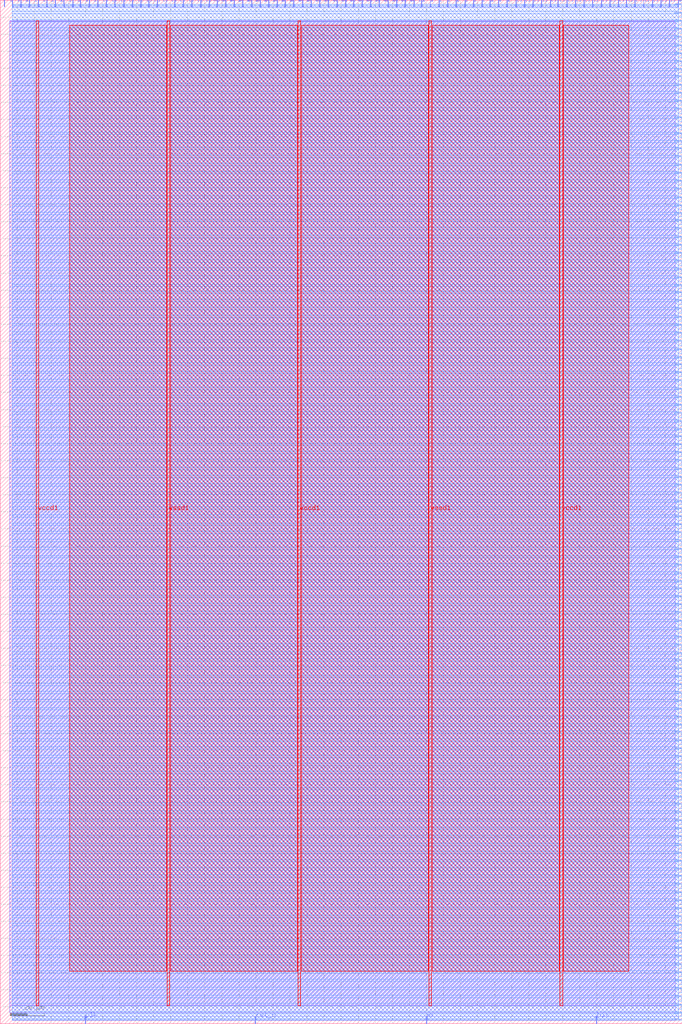
<source format=lef>
VERSION 5.7 ;
  NOWIREEXTENSIONATPIN ON ;
  DIVIDERCHAR "/" ;
  BUSBITCHARS "[]" ;
MACRO DMC_32x16HC
  CLASS BLOCK ;
  FOREIGN DMC_32x16HC ;
  ORIGIN 0.000 0.000 ;
  SIZE 400.000 BY 600.000 ;
  PIN A[0]
    DIRECTION INPUT ;
    USE SIGNAL ;
    PORT
      LAYER met2 ;
        RECT 2.390 596.000 2.670 600.000 ;
    END
  END A[0]
  PIN A[10]
    DIRECTION INPUT ;
    USE SIGNAL ;
    PORT
      LAYER met2 ;
        RECT 52.070 596.000 52.350 600.000 ;
    END
  END A[10]
  PIN A[11]
    DIRECTION INPUT ;
    USE SIGNAL ;
    PORT
      LAYER met2 ;
        RECT 57.130 596.000 57.410 600.000 ;
    END
  END A[11]
  PIN A[12]
    DIRECTION INPUT ;
    USE SIGNAL ;
    PORT
      LAYER met2 ;
        RECT 62.190 596.000 62.470 600.000 ;
    END
  END A[12]
  PIN A[13]
    DIRECTION INPUT ;
    USE SIGNAL ;
    PORT
      LAYER met2 ;
        RECT 67.250 596.000 67.530 600.000 ;
    END
  END A[13]
  PIN A[14]
    DIRECTION INPUT ;
    USE SIGNAL ;
    PORT
      LAYER met2 ;
        RECT 72.310 596.000 72.590 600.000 ;
    END
  END A[14]
  PIN A[15]
    DIRECTION INPUT ;
    USE SIGNAL ;
    PORT
      LAYER met2 ;
        RECT 77.370 596.000 77.650 600.000 ;
    END
  END A[15]
  PIN A[16]
    DIRECTION INPUT ;
    USE SIGNAL ;
    PORT
      LAYER met2 ;
        RECT 82.430 596.000 82.710 600.000 ;
    END
  END A[16]
  PIN A[17]
    DIRECTION INPUT ;
    USE SIGNAL ;
    PORT
      LAYER met2 ;
        RECT 87.030 596.000 87.310 600.000 ;
    END
  END A[17]
  PIN A[18]
    DIRECTION INPUT ;
    USE SIGNAL ;
    PORT
      LAYER met2 ;
        RECT 92.090 596.000 92.370 600.000 ;
    END
  END A[18]
  PIN A[19]
    DIRECTION INPUT ;
    USE SIGNAL ;
    PORT
      LAYER met2 ;
        RECT 97.150 596.000 97.430 600.000 ;
    END
  END A[19]
  PIN A[1]
    DIRECTION INPUT ;
    USE SIGNAL ;
    PORT
      LAYER met2 ;
        RECT 6.990 596.000 7.270 600.000 ;
    END
  END A[1]
  PIN A[20]
    DIRECTION INPUT ;
    USE SIGNAL ;
    PORT
      LAYER met2 ;
        RECT 102.210 596.000 102.490 600.000 ;
    END
  END A[20]
  PIN A[21]
    DIRECTION INPUT ;
    USE SIGNAL ;
    PORT
      LAYER met2 ;
        RECT 107.270 596.000 107.550 600.000 ;
    END
  END A[21]
  PIN A[22]
    DIRECTION INPUT ;
    USE SIGNAL ;
    PORT
      LAYER met2 ;
        RECT 112.330 596.000 112.610 600.000 ;
    END
  END A[22]
  PIN A[23]
    DIRECTION INPUT ;
    USE SIGNAL ;
    PORT
      LAYER met2 ;
        RECT 117.390 596.000 117.670 600.000 ;
    END
  END A[23]
  PIN A[2]
    DIRECTION INPUT ;
    USE SIGNAL ;
    PORT
      LAYER met2 ;
        RECT 12.050 596.000 12.330 600.000 ;
    END
  END A[2]
  PIN A[3]
    DIRECTION INPUT ;
    USE SIGNAL ;
    PORT
      LAYER met2 ;
        RECT 17.110 596.000 17.390 600.000 ;
    END
  END A[3]
  PIN A[4]
    DIRECTION INPUT ;
    USE SIGNAL ;
    PORT
      LAYER met2 ;
        RECT 22.170 596.000 22.450 600.000 ;
    END
  END A[4]
  PIN A[5]
    DIRECTION INPUT ;
    USE SIGNAL ;
    PORT
      LAYER met2 ;
        RECT 27.230 596.000 27.510 600.000 ;
    END
  END A[5]
  PIN A[6]
    DIRECTION INPUT ;
    USE SIGNAL ;
    PORT
      LAYER met2 ;
        RECT 32.290 596.000 32.570 600.000 ;
    END
  END A[6]
  PIN A[7]
    DIRECTION INPUT ;
    USE SIGNAL ;
    PORT
      LAYER met2 ;
        RECT 37.350 596.000 37.630 600.000 ;
    END
  END A[7]
  PIN A[8]
    DIRECTION INPUT ;
    USE SIGNAL ;
    PORT
      LAYER met2 ;
        RECT 42.410 596.000 42.690 600.000 ;
    END
  END A[8]
  PIN A[9]
    DIRECTION INPUT ;
    USE SIGNAL ;
    PORT
      LAYER met2 ;
        RECT 47.010 596.000 47.290 600.000 ;
    END
  END A[9]
  PIN A_h[0]
    DIRECTION INPUT ;
    USE SIGNAL ;
    PORT
      LAYER met2 ;
        RECT 122.450 596.000 122.730 600.000 ;
    END
  END A_h[0]
  PIN A_h[10]
    DIRECTION INPUT ;
    USE SIGNAL ;
    PORT
      LAYER met2 ;
        RECT 172.130 596.000 172.410 600.000 ;
    END
  END A_h[10]
  PIN A_h[11]
    DIRECTION INPUT ;
    USE SIGNAL ;
    PORT
      LAYER met2 ;
        RECT 177.190 596.000 177.470 600.000 ;
    END
  END A_h[11]
  PIN A_h[12]
    DIRECTION INPUT ;
    USE SIGNAL ;
    PORT
      LAYER met2 ;
        RECT 182.250 596.000 182.530 600.000 ;
    END
  END A_h[12]
  PIN A_h[13]
    DIRECTION INPUT ;
    USE SIGNAL ;
    PORT
      LAYER met2 ;
        RECT 187.310 596.000 187.590 600.000 ;
    END
  END A_h[13]
  PIN A_h[14]
    DIRECTION INPUT ;
    USE SIGNAL ;
    PORT
      LAYER met2 ;
        RECT 192.370 596.000 192.650 600.000 ;
    END
  END A_h[14]
  PIN A_h[15]
    DIRECTION INPUT ;
    USE SIGNAL ;
    PORT
      LAYER met2 ;
        RECT 197.430 596.000 197.710 600.000 ;
    END
  END A_h[15]
  PIN A_h[16]
    DIRECTION INPUT ;
    USE SIGNAL ;
    PORT
      LAYER met2 ;
        RECT 202.490 596.000 202.770 600.000 ;
    END
  END A_h[16]
  PIN A_h[17]
    DIRECTION INPUT ;
    USE SIGNAL ;
    PORT
      LAYER met2 ;
        RECT 207.090 596.000 207.370 600.000 ;
    END
  END A_h[17]
  PIN A_h[18]
    DIRECTION INPUT ;
    USE SIGNAL ;
    PORT
      LAYER met2 ;
        RECT 212.150 596.000 212.430 600.000 ;
    END
  END A_h[18]
  PIN A_h[19]
    DIRECTION INPUT ;
    USE SIGNAL ;
    PORT
      LAYER met2 ;
        RECT 217.210 596.000 217.490 600.000 ;
    END
  END A_h[19]
  PIN A_h[1]
    DIRECTION INPUT ;
    USE SIGNAL ;
    PORT
      LAYER met2 ;
        RECT 127.050 596.000 127.330 600.000 ;
    END
  END A_h[1]
  PIN A_h[20]
    DIRECTION INPUT ;
    USE SIGNAL ;
    PORT
      LAYER met2 ;
        RECT 222.270 596.000 222.550 600.000 ;
    END
  END A_h[20]
  PIN A_h[21]
    DIRECTION INPUT ;
    USE SIGNAL ;
    PORT
      LAYER met2 ;
        RECT 227.330 596.000 227.610 600.000 ;
    END
  END A_h[21]
  PIN A_h[22]
    DIRECTION INPUT ;
    USE SIGNAL ;
    PORT
      LAYER met2 ;
        RECT 232.390 596.000 232.670 600.000 ;
    END
  END A_h[22]
  PIN A_h[23]
    DIRECTION INPUT ;
    USE SIGNAL ;
    PORT
      LAYER met2 ;
        RECT 237.450 596.000 237.730 600.000 ;
    END
  END A_h[23]
  PIN A_h[2]
    DIRECTION INPUT ;
    USE SIGNAL ;
    PORT
      LAYER met2 ;
        RECT 132.110 596.000 132.390 600.000 ;
    END
  END A_h[2]
  PIN A_h[3]
    DIRECTION INPUT ;
    USE SIGNAL ;
    PORT
      LAYER met2 ;
        RECT 137.170 596.000 137.450 600.000 ;
    END
  END A_h[3]
  PIN A_h[4]
    DIRECTION INPUT ;
    USE SIGNAL ;
    PORT
      LAYER met2 ;
        RECT 142.230 596.000 142.510 600.000 ;
    END
  END A_h[4]
  PIN A_h[5]
    DIRECTION INPUT ;
    USE SIGNAL ;
    PORT
      LAYER met2 ;
        RECT 147.290 596.000 147.570 600.000 ;
    END
  END A_h[5]
  PIN A_h[6]
    DIRECTION INPUT ;
    USE SIGNAL ;
    PORT
      LAYER met2 ;
        RECT 152.350 596.000 152.630 600.000 ;
    END
  END A_h[6]
  PIN A_h[7]
    DIRECTION INPUT ;
    USE SIGNAL ;
    PORT
      LAYER met2 ;
        RECT 157.410 596.000 157.690 600.000 ;
    END
  END A_h[7]
  PIN A_h[8]
    DIRECTION INPUT ;
    USE SIGNAL ;
    PORT
      LAYER met2 ;
        RECT 162.470 596.000 162.750 600.000 ;
    END
  END A_h[8]
  PIN A_h[9]
    DIRECTION INPUT ;
    USE SIGNAL ;
    PORT
      LAYER met2 ;
        RECT 167.070 596.000 167.350 600.000 ;
    END
  END A_h[9]
  PIN Do[0]
    DIRECTION OUTPUT TRISTATE ;
    USE SIGNAL ;
    PORT
      LAYER met2 ;
        RECT 242.510 596.000 242.790 600.000 ;
    END
  END Do[0]
  PIN Do[10]
    DIRECTION OUTPUT TRISTATE ;
    USE SIGNAL ;
    PORT
      LAYER met2 ;
        RECT 292.190 596.000 292.470 600.000 ;
    END
  END Do[10]
  PIN Do[11]
    DIRECTION OUTPUT TRISTATE ;
    USE SIGNAL ;
    PORT
      LAYER met2 ;
        RECT 297.250 596.000 297.530 600.000 ;
    END
  END Do[11]
  PIN Do[12]
    DIRECTION OUTPUT TRISTATE ;
    USE SIGNAL ;
    PORT
      LAYER met2 ;
        RECT 302.310 596.000 302.590 600.000 ;
    END
  END Do[12]
  PIN Do[13]
    DIRECTION OUTPUT TRISTATE ;
    USE SIGNAL ;
    PORT
      LAYER met2 ;
        RECT 307.370 596.000 307.650 600.000 ;
    END
  END Do[13]
  PIN Do[14]
    DIRECTION OUTPUT TRISTATE ;
    USE SIGNAL ;
    PORT
      LAYER met2 ;
        RECT 312.430 596.000 312.710 600.000 ;
    END
  END Do[14]
  PIN Do[15]
    DIRECTION OUTPUT TRISTATE ;
    USE SIGNAL ;
    PORT
      LAYER met2 ;
        RECT 317.490 596.000 317.770 600.000 ;
    END
  END Do[15]
  PIN Do[16]
    DIRECTION OUTPUT TRISTATE ;
    USE SIGNAL ;
    PORT
      LAYER met2 ;
        RECT 322.550 596.000 322.830 600.000 ;
    END
  END Do[16]
  PIN Do[17]
    DIRECTION OUTPUT TRISTATE ;
    USE SIGNAL ;
    PORT
      LAYER met2 ;
        RECT 327.150 596.000 327.430 600.000 ;
    END
  END Do[17]
  PIN Do[18]
    DIRECTION OUTPUT TRISTATE ;
    USE SIGNAL ;
    PORT
      LAYER met2 ;
        RECT 332.210 596.000 332.490 600.000 ;
    END
  END Do[18]
  PIN Do[19]
    DIRECTION OUTPUT TRISTATE ;
    USE SIGNAL ;
    PORT
      LAYER met2 ;
        RECT 337.270 596.000 337.550 600.000 ;
    END
  END Do[19]
  PIN Do[1]
    DIRECTION OUTPUT TRISTATE ;
    USE SIGNAL ;
    PORT
      LAYER met2 ;
        RECT 247.110 596.000 247.390 600.000 ;
    END
  END Do[1]
  PIN Do[20]
    DIRECTION OUTPUT TRISTATE ;
    USE SIGNAL ;
    PORT
      LAYER met2 ;
        RECT 342.330 596.000 342.610 600.000 ;
    END
  END Do[20]
  PIN Do[21]
    DIRECTION OUTPUT TRISTATE ;
    USE SIGNAL ;
    PORT
      LAYER met2 ;
        RECT 347.390 596.000 347.670 600.000 ;
    END
  END Do[21]
  PIN Do[22]
    DIRECTION OUTPUT TRISTATE ;
    USE SIGNAL ;
    PORT
      LAYER met2 ;
        RECT 352.450 596.000 352.730 600.000 ;
    END
  END Do[22]
  PIN Do[23]
    DIRECTION OUTPUT TRISTATE ;
    USE SIGNAL ;
    PORT
      LAYER met2 ;
        RECT 357.510 596.000 357.790 600.000 ;
    END
  END Do[23]
  PIN Do[24]
    DIRECTION OUTPUT TRISTATE ;
    USE SIGNAL ;
    PORT
      LAYER met2 ;
        RECT 362.570 596.000 362.850 600.000 ;
    END
  END Do[24]
  PIN Do[25]
    DIRECTION OUTPUT TRISTATE ;
    USE SIGNAL ;
    PORT
      LAYER met2 ;
        RECT 367.170 596.000 367.450 600.000 ;
    END
  END Do[25]
  PIN Do[26]
    DIRECTION OUTPUT TRISTATE ;
    USE SIGNAL ;
    PORT
      LAYER met2 ;
        RECT 372.230 596.000 372.510 600.000 ;
    END
  END Do[26]
  PIN Do[27]
    DIRECTION OUTPUT TRISTATE ;
    USE SIGNAL ;
    PORT
      LAYER met2 ;
        RECT 377.290 596.000 377.570 600.000 ;
    END
  END Do[27]
  PIN Do[28]
    DIRECTION OUTPUT TRISTATE ;
    USE SIGNAL ;
    PORT
      LAYER met2 ;
        RECT 382.350 596.000 382.630 600.000 ;
    END
  END Do[28]
  PIN Do[29]
    DIRECTION OUTPUT TRISTATE ;
    USE SIGNAL ;
    PORT
      LAYER met2 ;
        RECT 387.410 596.000 387.690 600.000 ;
    END
  END Do[29]
  PIN Do[2]
    DIRECTION OUTPUT TRISTATE ;
    USE SIGNAL ;
    PORT
      LAYER met2 ;
        RECT 252.170 596.000 252.450 600.000 ;
    END
  END Do[2]
  PIN Do[30]
    DIRECTION OUTPUT TRISTATE ;
    USE SIGNAL ;
    PORT
      LAYER met2 ;
        RECT 392.470 596.000 392.750 600.000 ;
    END
  END Do[30]
  PIN Do[31]
    DIRECTION OUTPUT TRISTATE ;
    USE SIGNAL ;
    PORT
      LAYER met2 ;
        RECT 397.530 596.000 397.810 600.000 ;
    END
  END Do[31]
  PIN Do[3]
    DIRECTION OUTPUT TRISTATE ;
    USE SIGNAL ;
    PORT
      LAYER met2 ;
        RECT 257.230 596.000 257.510 600.000 ;
    END
  END Do[3]
  PIN Do[4]
    DIRECTION OUTPUT TRISTATE ;
    USE SIGNAL ;
    PORT
      LAYER met2 ;
        RECT 262.290 596.000 262.570 600.000 ;
    END
  END Do[4]
  PIN Do[5]
    DIRECTION OUTPUT TRISTATE ;
    USE SIGNAL ;
    PORT
      LAYER met2 ;
        RECT 267.350 596.000 267.630 600.000 ;
    END
  END Do[5]
  PIN Do[6]
    DIRECTION OUTPUT TRISTATE ;
    USE SIGNAL ;
    PORT
      LAYER met2 ;
        RECT 272.410 596.000 272.690 600.000 ;
    END
  END Do[6]
  PIN Do[7]
    DIRECTION OUTPUT TRISTATE ;
    USE SIGNAL ;
    PORT
      LAYER met2 ;
        RECT 277.470 596.000 277.750 600.000 ;
    END
  END Do[7]
  PIN Do[8]
    DIRECTION OUTPUT TRISTATE ;
    USE SIGNAL ;
    PORT
      LAYER met2 ;
        RECT 282.530 596.000 282.810 600.000 ;
    END
  END Do[8]
  PIN Do[9]
    DIRECTION OUTPUT TRISTATE ;
    USE SIGNAL ;
    PORT
      LAYER met2 ;
        RECT 287.130 596.000 287.410 600.000 ;
    END
  END Do[9]
  PIN clk
    DIRECTION INPUT ;
    USE SIGNAL ;
    PORT
      LAYER met2 ;
        RECT 49.770 0.000 50.050 4.000 ;
    END
  END clk
  PIN hit
    DIRECTION OUTPUT TRISTATE ;
    USE SIGNAL ;
    PORT
      LAYER met2 ;
        RECT 349.690 0.000 349.970 4.000 ;
    END
  END hit
  PIN line[0]
    DIRECTION INPUT ;
    USE SIGNAL ;
    PORT
      LAYER met3 ;
        RECT 396.000 2.080 400.000 2.680 ;
    END
  END line[0]
  PIN line[100]
    DIRECTION INPUT ;
    USE SIGNAL ;
    PORT
      LAYER met3 ;
        RECT 396.000 470.600 400.000 471.200 ;
    END
  END line[100]
  PIN line[101]
    DIRECTION INPUT ;
    USE SIGNAL ;
    PORT
      LAYER met3 ;
        RECT 396.000 474.680 400.000 475.280 ;
    END
  END line[101]
  PIN line[102]
    DIRECTION INPUT ;
    USE SIGNAL ;
    PORT
      LAYER met3 ;
        RECT 396.000 479.440 400.000 480.040 ;
    END
  END line[102]
  PIN line[103]
    DIRECTION INPUT ;
    USE SIGNAL ;
    PORT
      LAYER met3 ;
        RECT 396.000 484.200 400.000 484.800 ;
    END
  END line[103]
  PIN line[104]
    DIRECTION INPUT ;
    USE SIGNAL ;
    PORT
      LAYER met3 ;
        RECT 396.000 488.960 400.000 489.560 ;
    END
  END line[104]
  PIN line[105]
    DIRECTION INPUT ;
    USE SIGNAL ;
    PORT
      LAYER met3 ;
        RECT 396.000 493.720 400.000 494.320 ;
    END
  END line[105]
  PIN line[106]
    DIRECTION INPUT ;
    USE SIGNAL ;
    PORT
      LAYER met3 ;
        RECT 396.000 498.480 400.000 499.080 ;
    END
  END line[106]
  PIN line[107]
    DIRECTION INPUT ;
    USE SIGNAL ;
    PORT
      LAYER met3 ;
        RECT 396.000 503.240 400.000 503.840 ;
    END
  END line[107]
  PIN line[108]
    DIRECTION INPUT ;
    USE SIGNAL ;
    PORT
      LAYER met3 ;
        RECT 396.000 508.000 400.000 508.600 ;
    END
  END line[108]
  PIN line[109]
    DIRECTION INPUT ;
    USE SIGNAL ;
    PORT
      LAYER met3 ;
        RECT 396.000 512.760 400.000 513.360 ;
    END
  END line[109]
  PIN line[10]
    DIRECTION INPUT ;
    USE SIGNAL ;
    PORT
      LAYER met3 ;
        RECT 396.000 48.320 400.000 48.920 ;
    END
  END line[10]
  PIN line[110]
    DIRECTION INPUT ;
    USE SIGNAL ;
    PORT
      LAYER met3 ;
        RECT 396.000 516.840 400.000 517.440 ;
    END
  END line[110]
  PIN line[111]
    DIRECTION INPUT ;
    USE SIGNAL ;
    PORT
      LAYER met3 ;
        RECT 396.000 521.600 400.000 522.200 ;
    END
  END line[111]
  PIN line[112]
    DIRECTION INPUT ;
    USE SIGNAL ;
    PORT
      LAYER met3 ;
        RECT 396.000 526.360 400.000 526.960 ;
    END
  END line[112]
  PIN line[113]
    DIRECTION INPUT ;
    USE SIGNAL ;
    PORT
      LAYER met3 ;
        RECT 396.000 531.120 400.000 531.720 ;
    END
  END line[113]
  PIN line[114]
    DIRECTION INPUT ;
    USE SIGNAL ;
    PORT
      LAYER met3 ;
        RECT 396.000 535.880 400.000 536.480 ;
    END
  END line[114]
  PIN line[115]
    DIRECTION INPUT ;
    USE SIGNAL ;
    PORT
      LAYER met3 ;
        RECT 396.000 540.640 400.000 541.240 ;
    END
  END line[115]
  PIN line[116]
    DIRECTION INPUT ;
    USE SIGNAL ;
    PORT
      LAYER met3 ;
        RECT 396.000 545.400 400.000 546.000 ;
    END
  END line[116]
  PIN line[117]
    DIRECTION INPUT ;
    USE SIGNAL ;
    PORT
      LAYER met3 ;
        RECT 396.000 550.160 400.000 550.760 ;
    END
  END line[117]
  PIN line[118]
    DIRECTION INPUT ;
    USE SIGNAL ;
    PORT
      LAYER met3 ;
        RECT 396.000 554.920 400.000 555.520 ;
    END
  END line[118]
  PIN line[119]
    DIRECTION INPUT ;
    USE SIGNAL ;
    PORT
      LAYER met3 ;
        RECT 396.000 559.000 400.000 559.600 ;
    END
  END line[119]
  PIN line[11]
    DIRECTION INPUT ;
    USE SIGNAL ;
    PORT
      LAYER met3 ;
        RECT 396.000 53.080 400.000 53.680 ;
    END
  END line[11]
  PIN line[120]
    DIRECTION INPUT ;
    USE SIGNAL ;
    PORT
      LAYER met3 ;
        RECT 396.000 563.760 400.000 564.360 ;
    END
  END line[120]
  PIN line[121]
    DIRECTION INPUT ;
    USE SIGNAL ;
    PORT
      LAYER met3 ;
        RECT 396.000 568.520 400.000 569.120 ;
    END
  END line[121]
  PIN line[122]
    DIRECTION INPUT ;
    USE SIGNAL ;
    PORT
      LAYER met3 ;
        RECT 396.000 573.280 400.000 573.880 ;
    END
  END line[122]
  PIN line[123]
    DIRECTION INPUT ;
    USE SIGNAL ;
    PORT
      LAYER met3 ;
        RECT 396.000 578.040 400.000 578.640 ;
    END
  END line[123]
  PIN line[124]
    DIRECTION INPUT ;
    USE SIGNAL ;
    PORT
      LAYER met3 ;
        RECT 396.000 582.800 400.000 583.400 ;
    END
  END line[124]
  PIN line[125]
    DIRECTION INPUT ;
    USE SIGNAL ;
    PORT
      LAYER met3 ;
        RECT 396.000 587.560 400.000 588.160 ;
    END
  END line[125]
  PIN line[126]
    DIRECTION INPUT ;
    USE SIGNAL ;
    PORT
      LAYER met3 ;
        RECT 396.000 592.320 400.000 592.920 ;
    END
  END line[126]
  PIN line[127]
    DIRECTION INPUT ;
    USE SIGNAL ;
    PORT
      LAYER met3 ;
        RECT 396.000 597.080 400.000 597.680 ;
    END
  END line[127]
  PIN line[12]
    DIRECTION INPUT ;
    USE SIGNAL ;
    PORT
      LAYER met3 ;
        RECT 396.000 57.840 400.000 58.440 ;
    END
  END line[12]
  PIN line[13]
    DIRECTION INPUT ;
    USE SIGNAL ;
    PORT
      LAYER met3 ;
        RECT 396.000 62.600 400.000 63.200 ;
    END
  END line[13]
  PIN line[14]
    DIRECTION INPUT ;
    USE SIGNAL ;
    PORT
      LAYER met3 ;
        RECT 396.000 67.360 400.000 67.960 ;
    END
  END line[14]
  PIN line[15]
    DIRECTION INPUT ;
    USE SIGNAL ;
    PORT
      LAYER met3 ;
        RECT 396.000 72.120 400.000 72.720 ;
    END
  END line[15]
  PIN line[16]
    DIRECTION INPUT ;
    USE SIGNAL ;
    PORT
      LAYER met3 ;
        RECT 396.000 76.880 400.000 77.480 ;
    END
  END line[16]
  PIN line[17]
    DIRECTION INPUT ;
    USE SIGNAL ;
    PORT
      LAYER met3 ;
        RECT 396.000 81.640 400.000 82.240 ;
    END
  END line[17]
  PIN line[18]
    DIRECTION INPUT ;
    USE SIGNAL ;
    PORT
      LAYER met3 ;
        RECT 396.000 86.400 400.000 87.000 ;
    END
  END line[18]
  PIN line[19]
    DIRECTION INPUT ;
    USE SIGNAL ;
    PORT
      LAYER met3 ;
        RECT 396.000 90.480 400.000 91.080 ;
    END
  END line[19]
  PIN line[1]
    DIRECTION INPUT ;
    USE SIGNAL ;
    PORT
      LAYER met3 ;
        RECT 396.000 6.160 400.000 6.760 ;
    END
  END line[1]
  PIN line[20]
    DIRECTION INPUT ;
    USE SIGNAL ;
    PORT
      LAYER met3 ;
        RECT 396.000 95.240 400.000 95.840 ;
    END
  END line[20]
  PIN line[21]
    DIRECTION INPUT ;
    USE SIGNAL ;
    PORT
      LAYER met3 ;
        RECT 396.000 100.000 400.000 100.600 ;
    END
  END line[21]
  PIN line[22]
    DIRECTION INPUT ;
    USE SIGNAL ;
    PORT
      LAYER met3 ;
        RECT 396.000 104.760 400.000 105.360 ;
    END
  END line[22]
  PIN line[23]
    DIRECTION INPUT ;
    USE SIGNAL ;
    PORT
      LAYER met3 ;
        RECT 396.000 109.520 400.000 110.120 ;
    END
  END line[23]
  PIN line[24]
    DIRECTION INPUT ;
    USE SIGNAL ;
    PORT
      LAYER met3 ;
        RECT 396.000 114.280 400.000 114.880 ;
    END
  END line[24]
  PIN line[25]
    DIRECTION INPUT ;
    USE SIGNAL ;
    PORT
      LAYER met3 ;
        RECT 396.000 119.040 400.000 119.640 ;
    END
  END line[25]
  PIN line[26]
    DIRECTION INPUT ;
    USE SIGNAL ;
    PORT
      LAYER met3 ;
        RECT 396.000 123.800 400.000 124.400 ;
    END
  END line[26]
  PIN line[27]
    DIRECTION INPUT ;
    USE SIGNAL ;
    PORT
      LAYER met3 ;
        RECT 396.000 128.560 400.000 129.160 ;
    END
  END line[27]
  PIN line[28]
    DIRECTION INPUT ;
    USE SIGNAL ;
    PORT
      LAYER met3 ;
        RECT 396.000 132.640 400.000 133.240 ;
    END
  END line[28]
  PIN line[29]
    DIRECTION INPUT ;
    USE SIGNAL ;
    PORT
      LAYER met3 ;
        RECT 396.000 137.400 400.000 138.000 ;
    END
  END line[29]
  PIN line[2]
    DIRECTION INPUT ;
    USE SIGNAL ;
    PORT
      LAYER met3 ;
        RECT 396.000 10.920 400.000 11.520 ;
    END
  END line[2]
  PIN line[30]
    DIRECTION INPUT ;
    USE SIGNAL ;
    PORT
      LAYER met3 ;
        RECT 396.000 142.160 400.000 142.760 ;
    END
  END line[30]
  PIN line[31]
    DIRECTION INPUT ;
    USE SIGNAL ;
    PORT
      LAYER met3 ;
        RECT 396.000 146.920 400.000 147.520 ;
    END
  END line[31]
  PIN line[32]
    DIRECTION INPUT ;
    USE SIGNAL ;
    PORT
      LAYER met3 ;
        RECT 396.000 151.680 400.000 152.280 ;
    END
  END line[32]
  PIN line[33]
    DIRECTION INPUT ;
    USE SIGNAL ;
    PORT
      LAYER met3 ;
        RECT 396.000 156.440 400.000 157.040 ;
    END
  END line[33]
  PIN line[34]
    DIRECTION INPUT ;
    USE SIGNAL ;
    PORT
      LAYER met3 ;
        RECT 396.000 161.200 400.000 161.800 ;
    END
  END line[34]
  PIN line[35]
    DIRECTION INPUT ;
    USE SIGNAL ;
    PORT
      LAYER met3 ;
        RECT 396.000 165.960 400.000 166.560 ;
    END
  END line[35]
  PIN line[36]
    DIRECTION INPUT ;
    USE SIGNAL ;
    PORT
      LAYER met3 ;
        RECT 396.000 170.720 400.000 171.320 ;
    END
  END line[36]
  PIN line[37]
    DIRECTION INPUT ;
    USE SIGNAL ;
    PORT
      LAYER met3 ;
        RECT 396.000 174.800 400.000 175.400 ;
    END
  END line[37]
  PIN line[38]
    DIRECTION INPUT ;
    USE SIGNAL ;
    PORT
      LAYER met3 ;
        RECT 396.000 179.560 400.000 180.160 ;
    END
  END line[38]
  PIN line[39]
    DIRECTION INPUT ;
    USE SIGNAL ;
    PORT
      LAYER met3 ;
        RECT 396.000 184.320 400.000 184.920 ;
    END
  END line[39]
  PIN line[3]
    DIRECTION INPUT ;
    USE SIGNAL ;
    PORT
      LAYER met3 ;
        RECT 396.000 15.680 400.000 16.280 ;
    END
  END line[3]
  PIN line[40]
    DIRECTION INPUT ;
    USE SIGNAL ;
    PORT
      LAYER met3 ;
        RECT 396.000 189.080 400.000 189.680 ;
    END
  END line[40]
  PIN line[41]
    DIRECTION INPUT ;
    USE SIGNAL ;
    PORT
      LAYER met3 ;
        RECT 396.000 193.840 400.000 194.440 ;
    END
  END line[41]
  PIN line[42]
    DIRECTION INPUT ;
    USE SIGNAL ;
    PORT
      LAYER met3 ;
        RECT 396.000 198.600 400.000 199.200 ;
    END
  END line[42]
  PIN line[43]
    DIRECTION INPUT ;
    USE SIGNAL ;
    PORT
      LAYER met3 ;
        RECT 396.000 203.360 400.000 203.960 ;
    END
  END line[43]
  PIN line[44]
    DIRECTION INPUT ;
    USE SIGNAL ;
    PORT
      LAYER met3 ;
        RECT 396.000 208.120 400.000 208.720 ;
    END
  END line[44]
  PIN line[45]
    DIRECTION INPUT ;
    USE SIGNAL ;
    PORT
      LAYER met3 ;
        RECT 396.000 212.880 400.000 213.480 ;
    END
  END line[45]
  PIN line[46]
    DIRECTION INPUT ;
    USE SIGNAL ;
    PORT
      LAYER met3 ;
        RECT 396.000 216.960 400.000 217.560 ;
    END
  END line[46]
  PIN line[47]
    DIRECTION INPUT ;
    USE SIGNAL ;
    PORT
      LAYER met3 ;
        RECT 396.000 221.720 400.000 222.320 ;
    END
  END line[47]
  PIN line[48]
    DIRECTION INPUT ;
    USE SIGNAL ;
    PORT
      LAYER met3 ;
        RECT 396.000 226.480 400.000 227.080 ;
    END
  END line[48]
  PIN line[49]
    DIRECTION INPUT ;
    USE SIGNAL ;
    PORT
      LAYER met3 ;
        RECT 396.000 231.240 400.000 231.840 ;
    END
  END line[49]
  PIN line[4]
    DIRECTION INPUT ;
    USE SIGNAL ;
    PORT
      LAYER met3 ;
        RECT 396.000 20.440 400.000 21.040 ;
    END
  END line[4]
  PIN line[50]
    DIRECTION INPUT ;
    USE SIGNAL ;
    PORT
      LAYER met3 ;
        RECT 396.000 236.000 400.000 236.600 ;
    END
  END line[50]
  PIN line[51]
    DIRECTION INPUT ;
    USE SIGNAL ;
    PORT
      LAYER met3 ;
        RECT 396.000 240.760 400.000 241.360 ;
    END
  END line[51]
  PIN line[52]
    DIRECTION INPUT ;
    USE SIGNAL ;
    PORT
      LAYER met3 ;
        RECT 396.000 245.520 400.000 246.120 ;
    END
  END line[52]
  PIN line[53]
    DIRECTION INPUT ;
    USE SIGNAL ;
    PORT
      LAYER met3 ;
        RECT 396.000 250.280 400.000 250.880 ;
    END
  END line[53]
  PIN line[54]
    DIRECTION INPUT ;
    USE SIGNAL ;
    PORT
      LAYER met3 ;
        RECT 396.000 255.040 400.000 255.640 ;
    END
  END line[54]
  PIN line[55]
    DIRECTION INPUT ;
    USE SIGNAL ;
    PORT
      LAYER met3 ;
        RECT 396.000 259.120 400.000 259.720 ;
    END
  END line[55]
  PIN line[56]
    DIRECTION INPUT ;
    USE SIGNAL ;
    PORT
      LAYER met3 ;
        RECT 396.000 263.880 400.000 264.480 ;
    END
  END line[56]
  PIN line[57]
    DIRECTION INPUT ;
    USE SIGNAL ;
    PORT
      LAYER met3 ;
        RECT 396.000 268.640 400.000 269.240 ;
    END
  END line[57]
  PIN line[58]
    DIRECTION INPUT ;
    USE SIGNAL ;
    PORT
      LAYER met3 ;
        RECT 396.000 273.400 400.000 274.000 ;
    END
  END line[58]
  PIN line[59]
    DIRECTION INPUT ;
    USE SIGNAL ;
    PORT
      LAYER met3 ;
        RECT 396.000 278.160 400.000 278.760 ;
    END
  END line[59]
  PIN line[5]
    DIRECTION INPUT ;
    USE SIGNAL ;
    PORT
      LAYER met3 ;
        RECT 396.000 25.200 400.000 25.800 ;
    END
  END line[5]
  PIN line[60]
    DIRECTION INPUT ;
    USE SIGNAL ;
    PORT
      LAYER met3 ;
        RECT 396.000 282.920 400.000 283.520 ;
    END
  END line[60]
  PIN line[61]
    DIRECTION INPUT ;
    USE SIGNAL ;
    PORT
      LAYER met3 ;
        RECT 396.000 287.680 400.000 288.280 ;
    END
  END line[61]
  PIN line[62]
    DIRECTION INPUT ;
    USE SIGNAL ;
    PORT
      LAYER met3 ;
        RECT 396.000 292.440 400.000 293.040 ;
    END
  END line[62]
  PIN line[63]
    DIRECTION INPUT ;
    USE SIGNAL ;
    PORT
      LAYER met3 ;
        RECT 396.000 297.200 400.000 297.800 ;
    END
  END line[63]
  PIN line[64]
    DIRECTION INPUT ;
    USE SIGNAL ;
    PORT
      LAYER met3 ;
        RECT 396.000 301.960 400.000 302.560 ;
    END
  END line[64]
  PIN line[65]
    DIRECTION INPUT ;
    USE SIGNAL ;
    PORT
      LAYER met3 ;
        RECT 396.000 306.040 400.000 306.640 ;
    END
  END line[65]
  PIN line[66]
    DIRECTION INPUT ;
    USE SIGNAL ;
    PORT
      LAYER met3 ;
        RECT 396.000 310.800 400.000 311.400 ;
    END
  END line[66]
  PIN line[67]
    DIRECTION INPUT ;
    USE SIGNAL ;
    PORT
      LAYER met3 ;
        RECT 396.000 315.560 400.000 316.160 ;
    END
  END line[67]
  PIN line[68]
    DIRECTION INPUT ;
    USE SIGNAL ;
    PORT
      LAYER met3 ;
        RECT 396.000 320.320 400.000 320.920 ;
    END
  END line[68]
  PIN line[69]
    DIRECTION INPUT ;
    USE SIGNAL ;
    PORT
      LAYER met3 ;
        RECT 396.000 325.080 400.000 325.680 ;
    END
  END line[69]
  PIN line[6]
    DIRECTION INPUT ;
    USE SIGNAL ;
    PORT
      LAYER met3 ;
        RECT 396.000 29.960 400.000 30.560 ;
    END
  END line[6]
  PIN line[70]
    DIRECTION INPUT ;
    USE SIGNAL ;
    PORT
      LAYER met3 ;
        RECT 396.000 329.840 400.000 330.440 ;
    END
  END line[70]
  PIN line[71]
    DIRECTION INPUT ;
    USE SIGNAL ;
    PORT
      LAYER met3 ;
        RECT 396.000 334.600 400.000 335.200 ;
    END
  END line[71]
  PIN line[72]
    DIRECTION INPUT ;
    USE SIGNAL ;
    PORT
      LAYER met3 ;
        RECT 396.000 339.360 400.000 339.960 ;
    END
  END line[72]
  PIN line[73]
    DIRECTION INPUT ;
    USE SIGNAL ;
    PORT
      LAYER met3 ;
        RECT 396.000 344.120 400.000 344.720 ;
    END
  END line[73]
  PIN line[74]
    DIRECTION INPUT ;
    USE SIGNAL ;
    PORT
      LAYER met3 ;
        RECT 396.000 348.200 400.000 348.800 ;
    END
  END line[74]
  PIN line[75]
    DIRECTION INPUT ;
    USE SIGNAL ;
    PORT
      LAYER met3 ;
        RECT 396.000 352.960 400.000 353.560 ;
    END
  END line[75]
  PIN line[76]
    DIRECTION INPUT ;
    USE SIGNAL ;
    PORT
      LAYER met3 ;
        RECT 396.000 357.720 400.000 358.320 ;
    END
  END line[76]
  PIN line[77]
    DIRECTION INPUT ;
    USE SIGNAL ;
    PORT
      LAYER met3 ;
        RECT 396.000 362.480 400.000 363.080 ;
    END
  END line[77]
  PIN line[78]
    DIRECTION INPUT ;
    USE SIGNAL ;
    PORT
      LAYER met3 ;
        RECT 396.000 367.240 400.000 367.840 ;
    END
  END line[78]
  PIN line[79]
    DIRECTION INPUT ;
    USE SIGNAL ;
    PORT
      LAYER met3 ;
        RECT 396.000 372.000 400.000 372.600 ;
    END
  END line[79]
  PIN line[7]
    DIRECTION INPUT ;
    USE SIGNAL ;
    PORT
      LAYER met3 ;
        RECT 396.000 34.720 400.000 35.320 ;
    END
  END line[7]
  PIN line[80]
    DIRECTION INPUT ;
    USE SIGNAL ;
    PORT
      LAYER met3 ;
        RECT 396.000 376.760 400.000 377.360 ;
    END
  END line[80]
  PIN line[81]
    DIRECTION INPUT ;
    USE SIGNAL ;
    PORT
      LAYER met3 ;
        RECT 396.000 381.520 400.000 382.120 ;
    END
  END line[81]
  PIN line[82]
    DIRECTION INPUT ;
    USE SIGNAL ;
    PORT
      LAYER met3 ;
        RECT 396.000 386.280 400.000 386.880 ;
    END
  END line[82]
  PIN line[83]
    DIRECTION INPUT ;
    USE SIGNAL ;
    PORT
      LAYER met3 ;
        RECT 396.000 390.360 400.000 390.960 ;
    END
  END line[83]
  PIN line[84]
    DIRECTION INPUT ;
    USE SIGNAL ;
    PORT
      LAYER met3 ;
        RECT 396.000 395.120 400.000 395.720 ;
    END
  END line[84]
  PIN line[85]
    DIRECTION INPUT ;
    USE SIGNAL ;
    PORT
      LAYER met3 ;
        RECT 396.000 399.880 400.000 400.480 ;
    END
  END line[85]
  PIN line[86]
    DIRECTION INPUT ;
    USE SIGNAL ;
    PORT
      LAYER met3 ;
        RECT 396.000 404.640 400.000 405.240 ;
    END
  END line[86]
  PIN line[87]
    DIRECTION INPUT ;
    USE SIGNAL ;
    PORT
      LAYER met3 ;
        RECT 396.000 409.400 400.000 410.000 ;
    END
  END line[87]
  PIN line[88]
    DIRECTION INPUT ;
    USE SIGNAL ;
    PORT
      LAYER met3 ;
        RECT 396.000 414.160 400.000 414.760 ;
    END
  END line[88]
  PIN line[89]
    DIRECTION INPUT ;
    USE SIGNAL ;
    PORT
      LAYER met3 ;
        RECT 396.000 418.920 400.000 419.520 ;
    END
  END line[89]
  PIN line[8]
    DIRECTION INPUT ;
    USE SIGNAL ;
    PORT
      LAYER met3 ;
        RECT 396.000 39.480 400.000 40.080 ;
    END
  END line[8]
  PIN line[90]
    DIRECTION INPUT ;
    USE SIGNAL ;
    PORT
      LAYER met3 ;
        RECT 396.000 423.680 400.000 424.280 ;
    END
  END line[90]
  PIN line[91]
    DIRECTION INPUT ;
    USE SIGNAL ;
    PORT
      LAYER met3 ;
        RECT 396.000 428.440 400.000 429.040 ;
    END
  END line[91]
  PIN line[92]
    DIRECTION INPUT ;
    USE SIGNAL ;
    PORT
      LAYER met3 ;
        RECT 396.000 432.520 400.000 433.120 ;
    END
  END line[92]
  PIN line[93]
    DIRECTION INPUT ;
    USE SIGNAL ;
    PORT
      LAYER met3 ;
        RECT 396.000 437.280 400.000 437.880 ;
    END
  END line[93]
  PIN line[94]
    DIRECTION INPUT ;
    USE SIGNAL ;
    PORT
      LAYER met3 ;
        RECT 396.000 442.040 400.000 442.640 ;
    END
  END line[94]
  PIN line[95]
    DIRECTION INPUT ;
    USE SIGNAL ;
    PORT
      LAYER met3 ;
        RECT 396.000 446.800 400.000 447.400 ;
    END
  END line[95]
  PIN line[96]
    DIRECTION INPUT ;
    USE SIGNAL ;
    PORT
      LAYER met3 ;
        RECT 396.000 451.560 400.000 452.160 ;
    END
  END line[96]
  PIN line[97]
    DIRECTION INPUT ;
    USE SIGNAL ;
    PORT
      LAYER met3 ;
        RECT 396.000 456.320 400.000 456.920 ;
    END
  END line[97]
  PIN line[98]
    DIRECTION INPUT ;
    USE SIGNAL ;
    PORT
      LAYER met3 ;
        RECT 396.000 461.080 400.000 461.680 ;
    END
  END line[98]
  PIN line[99]
    DIRECTION INPUT ;
    USE SIGNAL ;
    PORT
      LAYER met3 ;
        RECT 396.000 465.840 400.000 466.440 ;
    END
  END line[99]
  PIN line[9]
    DIRECTION INPUT ;
    USE SIGNAL ;
    PORT
      LAYER met3 ;
        RECT 396.000 44.240 400.000 44.840 ;
    END
  END line[9]
  PIN rst_n
    DIRECTION INPUT ;
    USE SIGNAL ;
    PORT
      LAYER met2 ;
        RECT 149.590 0.000 149.870 4.000 ;
    END
  END rst_n
  PIN wr
    DIRECTION INPUT ;
    USE SIGNAL ;
    PORT
      LAYER met2 ;
        RECT 249.870 0.000 250.150 4.000 ;
    END
  END wr
  PIN vccd1
    DIRECTION INOUT ;
    USE POWER ;
    PORT
      LAYER met4 ;
        RECT 328.240 10.640 329.840 587.760 ;
    END
  END vccd1
  PIN vccd1
    DIRECTION INOUT ;
    USE POWER ;
    PORT
      LAYER met4 ;
        RECT 174.640 10.640 176.240 587.760 ;
    END
  END vccd1
  PIN vccd1
    DIRECTION INOUT ;
    USE POWER ;
    PORT
      LAYER met4 ;
        RECT 21.040 10.640 22.640 587.760 ;
    END
  END vccd1
  PIN vssd1
    DIRECTION INOUT ;
    USE GROUND ;
    PORT
      LAYER met4 ;
        RECT 251.440 10.640 253.040 587.760 ;
    END
  END vssd1
  PIN vssd1
    DIRECTION INOUT ;
    USE GROUND ;
    PORT
      LAYER met4 ;
        RECT 97.840 10.640 99.440 587.760 ;
    END
  END vssd1
  OBS
      LAYER li1 ;
        RECT 5.520 10.795 395.915 587.605 ;
      LAYER met1 ;
        RECT 5.520 6.500 395.975 587.760 ;
      LAYER met2 ;
        RECT 7.550 595.720 11.770 597.565 ;
        RECT 12.610 595.720 16.830 597.565 ;
        RECT 17.670 595.720 21.890 597.565 ;
        RECT 22.730 595.720 26.950 597.565 ;
        RECT 27.790 595.720 32.010 597.565 ;
        RECT 32.850 595.720 37.070 597.565 ;
        RECT 37.910 595.720 42.130 597.565 ;
        RECT 42.970 595.720 46.730 597.565 ;
        RECT 47.570 595.720 51.790 597.565 ;
        RECT 52.630 595.720 56.850 597.565 ;
        RECT 57.690 595.720 61.910 597.565 ;
        RECT 62.750 595.720 66.970 597.565 ;
        RECT 67.810 595.720 72.030 597.565 ;
        RECT 72.870 595.720 77.090 597.565 ;
        RECT 77.930 595.720 82.150 597.565 ;
        RECT 82.990 595.720 86.750 597.565 ;
        RECT 87.590 595.720 91.810 597.565 ;
        RECT 92.650 595.720 96.870 597.565 ;
        RECT 97.710 595.720 101.930 597.565 ;
        RECT 102.770 595.720 106.990 597.565 ;
        RECT 107.830 595.720 112.050 597.565 ;
        RECT 112.890 595.720 117.110 597.565 ;
        RECT 117.950 595.720 122.170 597.565 ;
        RECT 123.010 595.720 126.770 597.565 ;
        RECT 127.610 595.720 131.830 597.565 ;
        RECT 132.670 595.720 136.890 597.565 ;
        RECT 137.730 595.720 141.950 597.565 ;
        RECT 142.790 595.720 147.010 597.565 ;
        RECT 147.850 595.720 152.070 597.565 ;
        RECT 152.910 595.720 157.130 597.565 ;
        RECT 157.970 595.720 162.190 597.565 ;
        RECT 163.030 595.720 166.790 597.565 ;
        RECT 167.630 595.720 171.850 597.565 ;
        RECT 172.690 595.720 176.910 597.565 ;
        RECT 177.750 595.720 181.970 597.565 ;
        RECT 182.810 595.720 187.030 597.565 ;
        RECT 187.870 595.720 192.090 597.565 ;
        RECT 192.930 595.720 197.150 597.565 ;
        RECT 197.990 595.720 202.210 597.565 ;
        RECT 203.050 595.720 206.810 597.565 ;
        RECT 207.650 595.720 211.870 597.565 ;
        RECT 212.710 595.720 216.930 597.565 ;
        RECT 217.770 595.720 221.990 597.565 ;
        RECT 222.830 595.720 227.050 597.565 ;
        RECT 227.890 595.720 232.110 597.565 ;
        RECT 232.950 595.720 237.170 597.565 ;
        RECT 238.010 595.720 242.230 597.565 ;
        RECT 243.070 595.720 246.830 597.565 ;
        RECT 247.670 595.720 251.890 597.565 ;
        RECT 252.730 595.720 256.950 597.565 ;
        RECT 257.790 595.720 262.010 597.565 ;
        RECT 262.850 595.720 267.070 597.565 ;
        RECT 267.910 595.720 272.130 597.565 ;
        RECT 272.970 595.720 277.190 597.565 ;
        RECT 278.030 595.720 282.250 597.565 ;
        RECT 283.090 595.720 286.850 597.565 ;
        RECT 287.690 595.720 291.910 597.565 ;
        RECT 292.750 595.720 296.970 597.565 ;
        RECT 297.810 595.720 302.030 597.565 ;
        RECT 302.870 595.720 307.090 597.565 ;
        RECT 307.930 595.720 312.150 597.565 ;
        RECT 312.990 595.720 317.210 597.565 ;
        RECT 318.050 595.720 322.270 597.565 ;
        RECT 323.110 595.720 326.870 597.565 ;
        RECT 327.710 595.720 331.930 597.565 ;
        RECT 332.770 595.720 336.990 597.565 ;
        RECT 337.830 595.720 342.050 597.565 ;
        RECT 342.890 595.720 347.110 597.565 ;
        RECT 347.950 595.720 352.170 597.565 ;
        RECT 353.010 595.720 357.230 597.565 ;
        RECT 358.070 595.720 362.290 597.565 ;
        RECT 363.130 595.720 366.890 597.565 ;
        RECT 367.730 595.720 371.950 597.565 ;
        RECT 372.790 595.720 377.010 597.565 ;
        RECT 377.850 595.720 382.070 597.565 ;
        RECT 382.910 595.720 387.130 597.565 ;
        RECT 387.970 595.720 392.190 597.565 ;
        RECT 393.030 595.720 397.250 597.565 ;
        RECT 6.990 4.280 397.810 595.720 ;
        RECT 6.990 2.195 49.490 4.280 ;
        RECT 50.330 2.195 149.310 4.280 ;
        RECT 150.150 2.195 249.590 4.280 ;
        RECT 250.430 2.195 349.410 4.280 ;
        RECT 350.250 2.195 397.810 4.280 ;
      LAYER met3 ;
        RECT 6.965 596.680 395.600 597.545 ;
        RECT 6.965 593.320 397.835 596.680 ;
        RECT 6.965 591.920 395.600 593.320 ;
        RECT 6.965 588.560 397.835 591.920 ;
        RECT 6.965 587.160 395.600 588.560 ;
        RECT 6.965 583.800 397.835 587.160 ;
        RECT 6.965 582.400 395.600 583.800 ;
        RECT 6.965 579.040 397.835 582.400 ;
        RECT 6.965 577.640 395.600 579.040 ;
        RECT 6.965 574.280 397.835 577.640 ;
        RECT 6.965 572.880 395.600 574.280 ;
        RECT 6.965 569.520 397.835 572.880 ;
        RECT 6.965 568.120 395.600 569.520 ;
        RECT 6.965 564.760 397.835 568.120 ;
        RECT 6.965 563.360 395.600 564.760 ;
        RECT 6.965 560.000 397.835 563.360 ;
        RECT 6.965 558.600 395.600 560.000 ;
        RECT 6.965 555.920 397.835 558.600 ;
        RECT 6.965 554.520 395.600 555.920 ;
        RECT 6.965 551.160 397.835 554.520 ;
        RECT 6.965 549.760 395.600 551.160 ;
        RECT 6.965 546.400 397.835 549.760 ;
        RECT 6.965 545.000 395.600 546.400 ;
        RECT 6.965 541.640 397.835 545.000 ;
        RECT 6.965 540.240 395.600 541.640 ;
        RECT 6.965 536.880 397.835 540.240 ;
        RECT 6.965 535.480 395.600 536.880 ;
        RECT 6.965 532.120 397.835 535.480 ;
        RECT 6.965 530.720 395.600 532.120 ;
        RECT 6.965 527.360 397.835 530.720 ;
        RECT 6.965 525.960 395.600 527.360 ;
        RECT 6.965 522.600 397.835 525.960 ;
        RECT 6.965 521.200 395.600 522.600 ;
        RECT 6.965 517.840 397.835 521.200 ;
        RECT 6.965 516.440 395.600 517.840 ;
        RECT 6.965 513.760 397.835 516.440 ;
        RECT 6.965 512.360 395.600 513.760 ;
        RECT 6.965 509.000 397.835 512.360 ;
        RECT 6.965 507.600 395.600 509.000 ;
        RECT 6.965 504.240 397.835 507.600 ;
        RECT 6.965 502.840 395.600 504.240 ;
        RECT 6.965 499.480 397.835 502.840 ;
        RECT 6.965 498.080 395.600 499.480 ;
        RECT 6.965 494.720 397.835 498.080 ;
        RECT 6.965 493.320 395.600 494.720 ;
        RECT 6.965 489.960 397.835 493.320 ;
        RECT 6.965 488.560 395.600 489.960 ;
        RECT 6.965 485.200 397.835 488.560 ;
        RECT 6.965 483.800 395.600 485.200 ;
        RECT 6.965 480.440 397.835 483.800 ;
        RECT 6.965 479.040 395.600 480.440 ;
        RECT 6.965 475.680 397.835 479.040 ;
        RECT 6.965 474.280 395.600 475.680 ;
        RECT 6.965 471.600 397.835 474.280 ;
        RECT 6.965 470.200 395.600 471.600 ;
        RECT 6.965 466.840 397.835 470.200 ;
        RECT 6.965 465.440 395.600 466.840 ;
        RECT 6.965 462.080 397.835 465.440 ;
        RECT 6.965 460.680 395.600 462.080 ;
        RECT 6.965 457.320 397.835 460.680 ;
        RECT 6.965 455.920 395.600 457.320 ;
        RECT 6.965 452.560 397.835 455.920 ;
        RECT 6.965 451.160 395.600 452.560 ;
        RECT 6.965 447.800 397.835 451.160 ;
        RECT 6.965 446.400 395.600 447.800 ;
        RECT 6.965 443.040 397.835 446.400 ;
        RECT 6.965 441.640 395.600 443.040 ;
        RECT 6.965 438.280 397.835 441.640 ;
        RECT 6.965 436.880 395.600 438.280 ;
        RECT 6.965 433.520 397.835 436.880 ;
        RECT 6.965 432.120 395.600 433.520 ;
        RECT 6.965 429.440 397.835 432.120 ;
        RECT 6.965 428.040 395.600 429.440 ;
        RECT 6.965 424.680 397.835 428.040 ;
        RECT 6.965 423.280 395.600 424.680 ;
        RECT 6.965 419.920 397.835 423.280 ;
        RECT 6.965 418.520 395.600 419.920 ;
        RECT 6.965 415.160 397.835 418.520 ;
        RECT 6.965 413.760 395.600 415.160 ;
        RECT 6.965 410.400 397.835 413.760 ;
        RECT 6.965 409.000 395.600 410.400 ;
        RECT 6.965 405.640 397.835 409.000 ;
        RECT 6.965 404.240 395.600 405.640 ;
        RECT 6.965 400.880 397.835 404.240 ;
        RECT 6.965 399.480 395.600 400.880 ;
        RECT 6.965 396.120 397.835 399.480 ;
        RECT 6.965 394.720 395.600 396.120 ;
        RECT 6.965 391.360 397.835 394.720 ;
        RECT 6.965 389.960 395.600 391.360 ;
        RECT 6.965 387.280 397.835 389.960 ;
        RECT 6.965 385.880 395.600 387.280 ;
        RECT 6.965 382.520 397.835 385.880 ;
        RECT 6.965 381.120 395.600 382.520 ;
        RECT 6.965 377.760 397.835 381.120 ;
        RECT 6.965 376.360 395.600 377.760 ;
        RECT 6.965 373.000 397.835 376.360 ;
        RECT 6.965 371.600 395.600 373.000 ;
        RECT 6.965 368.240 397.835 371.600 ;
        RECT 6.965 366.840 395.600 368.240 ;
        RECT 6.965 363.480 397.835 366.840 ;
        RECT 6.965 362.080 395.600 363.480 ;
        RECT 6.965 358.720 397.835 362.080 ;
        RECT 6.965 357.320 395.600 358.720 ;
        RECT 6.965 353.960 397.835 357.320 ;
        RECT 6.965 352.560 395.600 353.960 ;
        RECT 6.965 349.200 397.835 352.560 ;
        RECT 6.965 347.800 395.600 349.200 ;
        RECT 6.965 345.120 397.835 347.800 ;
        RECT 6.965 343.720 395.600 345.120 ;
        RECT 6.965 340.360 397.835 343.720 ;
        RECT 6.965 338.960 395.600 340.360 ;
        RECT 6.965 335.600 397.835 338.960 ;
        RECT 6.965 334.200 395.600 335.600 ;
        RECT 6.965 330.840 397.835 334.200 ;
        RECT 6.965 329.440 395.600 330.840 ;
        RECT 6.965 326.080 397.835 329.440 ;
        RECT 6.965 324.680 395.600 326.080 ;
        RECT 6.965 321.320 397.835 324.680 ;
        RECT 6.965 319.920 395.600 321.320 ;
        RECT 6.965 316.560 397.835 319.920 ;
        RECT 6.965 315.160 395.600 316.560 ;
        RECT 6.965 311.800 397.835 315.160 ;
        RECT 6.965 310.400 395.600 311.800 ;
        RECT 6.965 307.040 397.835 310.400 ;
        RECT 6.965 305.640 395.600 307.040 ;
        RECT 6.965 302.960 397.835 305.640 ;
        RECT 6.965 301.560 395.600 302.960 ;
        RECT 6.965 298.200 397.835 301.560 ;
        RECT 6.965 296.800 395.600 298.200 ;
        RECT 6.965 293.440 397.835 296.800 ;
        RECT 6.965 292.040 395.600 293.440 ;
        RECT 6.965 288.680 397.835 292.040 ;
        RECT 6.965 287.280 395.600 288.680 ;
        RECT 6.965 283.920 397.835 287.280 ;
        RECT 6.965 282.520 395.600 283.920 ;
        RECT 6.965 279.160 397.835 282.520 ;
        RECT 6.965 277.760 395.600 279.160 ;
        RECT 6.965 274.400 397.835 277.760 ;
        RECT 6.965 273.000 395.600 274.400 ;
        RECT 6.965 269.640 397.835 273.000 ;
        RECT 6.965 268.240 395.600 269.640 ;
        RECT 6.965 264.880 397.835 268.240 ;
        RECT 6.965 263.480 395.600 264.880 ;
        RECT 6.965 260.120 397.835 263.480 ;
        RECT 6.965 258.720 395.600 260.120 ;
        RECT 6.965 256.040 397.835 258.720 ;
        RECT 6.965 254.640 395.600 256.040 ;
        RECT 6.965 251.280 397.835 254.640 ;
        RECT 6.965 249.880 395.600 251.280 ;
        RECT 6.965 246.520 397.835 249.880 ;
        RECT 6.965 245.120 395.600 246.520 ;
        RECT 6.965 241.760 397.835 245.120 ;
        RECT 6.965 240.360 395.600 241.760 ;
        RECT 6.965 237.000 397.835 240.360 ;
        RECT 6.965 235.600 395.600 237.000 ;
        RECT 6.965 232.240 397.835 235.600 ;
        RECT 6.965 230.840 395.600 232.240 ;
        RECT 6.965 227.480 397.835 230.840 ;
        RECT 6.965 226.080 395.600 227.480 ;
        RECT 6.965 222.720 397.835 226.080 ;
        RECT 6.965 221.320 395.600 222.720 ;
        RECT 6.965 217.960 397.835 221.320 ;
        RECT 6.965 216.560 395.600 217.960 ;
        RECT 6.965 213.880 397.835 216.560 ;
        RECT 6.965 212.480 395.600 213.880 ;
        RECT 6.965 209.120 397.835 212.480 ;
        RECT 6.965 207.720 395.600 209.120 ;
        RECT 6.965 204.360 397.835 207.720 ;
        RECT 6.965 202.960 395.600 204.360 ;
        RECT 6.965 199.600 397.835 202.960 ;
        RECT 6.965 198.200 395.600 199.600 ;
        RECT 6.965 194.840 397.835 198.200 ;
        RECT 6.965 193.440 395.600 194.840 ;
        RECT 6.965 190.080 397.835 193.440 ;
        RECT 6.965 188.680 395.600 190.080 ;
        RECT 6.965 185.320 397.835 188.680 ;
        RECT 6.965 183.920 395.600 185.320 ;
        RECT 6.965 180.560 397.835 183.920 ;
        RECT 6.965 179.160 395.600 180.560 ;
        RECT 6.965 175.800 397.835 179.160 ;
        RECT 6.965 174.400 395.600 175.800 ;
        RECT 6.965 171.720 397.835 174.400 ;
        RECT 6.965 170.320 395.600 171.720 ;
        RECT 6.965 166.960 397.835 170.320 ;
        RECT 6.965 165.560 395.600 166.960 ;
        RECT 6.965 162.200 397.835 165.560 ;
        RECT 6.965 160.800 395.600 162.200 ;
        RECT 6.965 157.440 397.835 160.800 ;
        RECT 6.965 156.040 395.600 157.440 ;
        RECT 6.965 152.680 397.835 156.040 ;
        RECT 6.965 151.280 395.600 152.680 ;
        RECT 6.965 147.920 397.835 151.280 ;
        RECT 6.965 146.520 395.600 147.920 ;
        RECT 6.965 143.160 397.835 146.520 ;
        RECT 6.965 141.760 395.600 143.160 ;
        RECT 6.965 138.400 397.835 141.760 ;
        RECT 6.965 137.000 395.600 138.400 ;
        RECT 6.965 133.640 397.835 137.000 ;
        RECT 6.965 132.240 395.600 133.640 ;
        RECT 6.965 129.560 397.835 132.240 ;
        RECT 6.965 128.160 395.600 129.560 ;
        RECT 6.965 124.800 397.835 128.160 ;
        RECT 6.965 123.400 395.600 124.800 ;
        RECT 6.965 120.040 397.835 123.400 ;
        RECT 6.965 118.640 395.600 120.040 ;
        RECT 6.965 115.280 397.835 118.640 ;
        RECT 6.965 113.880 395.600 115.280 ;
        RECT 6.965 110.520 397.835 113.880 ;
        RECT 6.965 109.120 395.600 110.520 ;
        RECT 6.965 105.760 397.835 109.120 ;
        RECT 6.965 104.360 395.600 105.760 ;
        RECT 6.965 101.000 397.835 104.360 ;
        RECT 6.965 99.600 395.600 101.000 ;
        RECT 6.965 96.240 397.835 99.600 ;
        RECT 6.965 94.840 395.600 96.240 ;
        RECT 6.965 91.480 397.835 94.840 ;
        RECT 6.965 90.080 395.600 91.480 ;
        RECT 6.965 87.400 397.835 90.080 ;
        RECT 6.965 86.000 395.600 87.400 ;
        RECT 6.965 82.640 397.835 86.000 ;
        RECT 6.965 81.240 395.600 82.640 ;
        RECT 6.965 77.880 397.835 81.240 ;
        RECT 6.965 76.480 395.600 77.880 ;
        RECT 6.965 73.120 397.835 76.480 ;
        RECT 6.965 71.720 395.600 73.120 ;
        RECT 6.965 68.360 397.835 71.720 ;
        RECT 6.965 66.960 395.600 68.360 ;
        RECT 6.965 63.600 397.835 66.960 ;
        RECT 6.965 62.200 395.600 63.600 ;
        RECT 6.965 58.840 397.835 62.200 ;
        RECT 6.965 57.440 395.600 58.840 ;
        RECT 6.965 54.080 397.835 57.440 ;
        RECT 6.965 52.680 395.600 54.080 ;
        RECT 6.965 49.320 397.835 52.680 ;
        RECT 6.965 47.920 395.600 49.320 ;
        RECT 6.965 45.240 397.835 47.920 ;
        RECT 6.965 43.840 395.600 45.240 ;
        RECT 6.965 40.480 397.835 43.840 ;
        RECT 6.965 39.080 395.600 40.480 ;
        RECT 6.965 35.720 397.835 39.080 ;
        RECT 6.965 34.320 395.600 35.720 ;
        RECT 6.965 30.960 397.835 34.320 ;
        RECT 6.965 29.560 395.600 30.960 ;
        RECT 6.965 26.200 397.835 29.560 ;
        RECT 6.965 24.800 395.600 26.200 ;
        RECT 6.965 21.440 397.835 24.800 ;
        RECT 6.965 20.040 395.600 21.440 ;
        RECT 6.965 16.680 397.835 20.040 ;
        RECT 6.965 15.280 395.600 16.680 ;
        RECT 6.965 11.920 397.835 15.280 ;
        RECT 6.965 10.520 395.600 11.920 ;
        RECT 6.965 7.160 397.835 10.520 ;
        RECT 6.965 5.760 395.600 7.160 ;
        RECT 6.965 3.080 397.835 5.760 ;
        RECT 6.965 2.215 395.600 3.080 ;
      LAYER met4 ;
        RECT 40.775 30.775 97.440 585.305 ;
        RECT 99.840 30.775 174.240 585.305 ;
        RECT 176.640 30.775 251.040 585.305 ;
        RECT 253.440 30.775 327.840 585.305 ;
        RECT 330.240 30.775 368.625 585.305 ;
  END
END DMC_32x16HC
END LIBRARY


</source>
